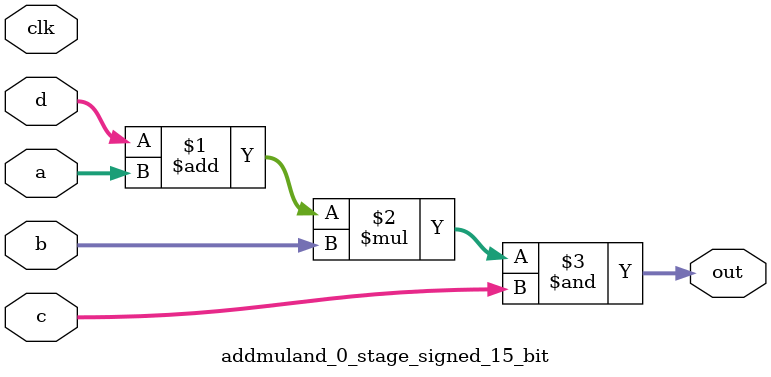
<source format=sv>
(* use_dsp = "yes" *) module addmuland_0_stage_signed_15_bit(
	input signed [14:0] a,
	input signed [14:0] b,
	input signed [14:0] c,
	input signed [14:0] d,
	output [14:0] out,
	input clk);

	assign out = ((d + a) * b) & c;
endmodule

</source>
